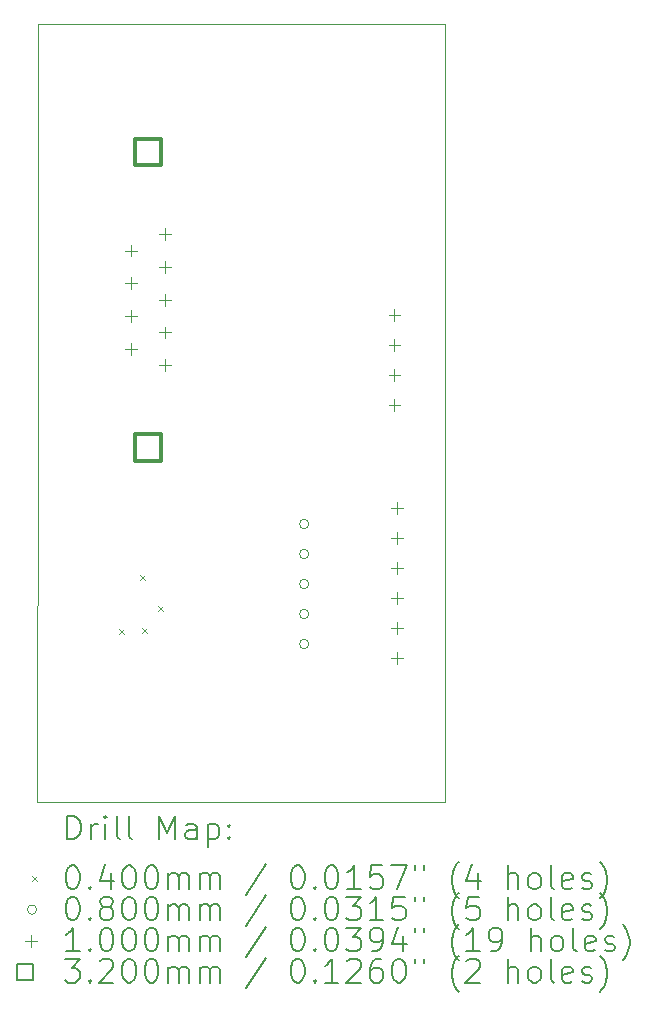
<source format=gbr>
%TF.GenerationSoftware,KiCad,Pcbnew,(6.0.9)*%
%TF.CreationDate,2022-11-23T00:56:36+01:00*%
%TF.ProjectId,Testapparaat_io,54657374-6170-4706-9172-6161745f696f,rev?*%
%TF.SameCoordinates,Original*%
%TF.FileFunction,Drillmap*%
%TF.FilePolarity,Positive*%
%FSLAX45Y45*%
G04 Gerber Fmt 4.5, Leading zero omitted, Abs format (unit mm)*
G04 Created by KiCad (PCBNEW (6.0.9)) date 2022-11-23 00:56:36*
%MOMM*%
%LPD*%
G01*
G04 APERTURE LIST*
%ADD10C,0.100000*%
%ADD11C,0.200000*%
%ADD12C,0.040000*%
%ADD13C,0.080000*%
%ADD14C,0.320000*%
G04 APERTURE END LIST*
D10*
X15550000Y-3070000D02*
X12100000Y-3070000D01*
X12100000Y-6350000D02*
X12095000Y-9655000D01*
X12095000Y-9655000D02*
X15545000Y-9655000D01*
X15545000Y-9655000D02*
X15550000Y-3070000D01*
X12100000Y-3070000D02*
X12100000Y-6350000D01*
D11*
D12*
X12785000Y-8190000D02*
X12825000Y-8230000D01*
X12825000Y-8190000D02*
X12785000Y-8230000D01*
X12965000Y-7730000D02*
X13005000Y-7770000D01*
X13005000Y-7730000D02*
X12965000Y-7770000D01*
X12985000Y-8180000D02*
X13025000Y-8220000D01*
X13025000Y-8180000D02*
X12985000Y-8220000D01*
X13120000Y-7995000D02*
X13160000Y-8035000D01*
X13160000Y-7995000D02*
X13120000Y-8035000D01*
D13*
X14395000Y-7300000D02*
G75*
G03*
X14395000Y-7300000I-40000J0D01*
G01*
X14395000Y-7554000D02*
G75*
G03*
X14395000Y-7554000I-40000J0D01*
G01*
X14395000Y-7808000D02*
G75*
G03*
X14395000Y-7808000I-40000J0D01*
G01*
X14395000Y-8062000D02*
G75*
G03*
X14395000Y-8062000I-40000J0D01*
G01*
X14395000Y-8316000D02*
G75*
G03*
X14395000Y-8316000I-40000J0D01*
G01*
D10*
X12891000Y-4934600D02*
X12891000Y-5034600D01*
X12841000Y-4984600D02*
X12941000Y-4984600D01*
X12891000Y-5211900D02*
X12891000Y-5311900D01*
X12841000Y-5261900D02*
X12941000Y-5261900D01*
X12891000Y-5489100D02*
X12891000Y-5589100D01*
X12841000Y-5539100D02*
X12941000Y-5539100D01*
X12891000Y-5766400D02*
X12891000Y-5866400D01*
X12841000Y-5816400D02*
X12941000Y-5816400D01*
X13175000Y-4796000D02*
X13175000Y-4896000D01*
X13125000Y-4846000D02*
X13225000Y-4846000D01*
X13175000Y-5073300D02*
X13175000Y-5173300D01*
X13125000Y-5123300D02*
X13225000Y-5123300D01*
X13175000Y-5350500D02*
X13175000Y-5450500D01*
X13125000Y-5400500D02*
X13225000Y-5400500D01*
X13175000Y-5627800D02*
X13175000Y-5727800D01*
X13125000Y-5677800D02*
X13225000Y-5677800D01*
X13175000Y-5905000D02*
X13175000Y-6005000D01*
X13125000Y-5955000D02*
X13225000Y-5955000D01*
X15118300Y-5481700D02*
X15118300Y-5581700D01*
X15068300Y-5531700D02*
X15168300Y-5531700D01*
X15118300Y-5735700D02*
X15118300Y-5835700D01*
X15068300Y-5785700D02*
X15168300Y-5785700D01*
X15118300Y-5989700D02*
X15118300Y-6089700D01*
X15068300Y-6039700D02*
X15168300Y-6039700D01*
X15118300Y-6243700D02*
X15118300Y-6343700D01*
X15068300Y-6293700D02*
X15168300Y-6293700D01*
X15137500Y-7115000D02*
X15137500Y-7215000D01*
X15087500Y-7165000D02*
X15187500Y-7165000D01*
X15137500Y-7369000D02*
X15137500Y-7469000D01*
X15087500Y-7419000D02*
X15187500Y-7419000D01*
X15137500Y-7623000D02*
X15137500Y-7723000D01*
X15087500Y-7673000D02*
X15187500Y-7673000D01*
X15137500Y-7877000D02*
X15137500Y-7977000D01*
X15087500Y-7927000D02*
X15187500Y-7927000D01*
X15137500Y-8131000D02*
X15137500Y-8231000D01*
X15087500Y-8181000D02*
X15187500Y-8181000D01*
X15137500Y-8385000D02*
X15137500Y-8485000D01*
X15087500Y-8435000D02*
X15187500Y-8435000D01*
D14*
X13146138Y-4264138D02*
X13146138Y-4037862D01*
X12919862Y-4037862D01*
X12919862Y-4264138D01*
X13146138Y-4264138D01*
X13146138Y-6763138D02*
X13146138Y-6536862D01*
X12919862Y-6536862D01*
X12919862Y-6763138D01*
X13146138Y-6763138D01*
D11*
X12347619Y-9970476D02*
X12347619Y-9770476D01*
X12395238Y-9770476D01*
X12423809Y-9780000D01*
X12442857Y-9799048D01*
X12452381Y-9818095D01*
X12461905Y-9856190D01*
X12461905Y-9884762D01*
X12452381Y-9922857D01*
X12442857Y-9941905D01*
X12423809Y-9960952D01*
X12395238Y-9970476D01*
X12347619Y-9970476D01*
X12547619Y-9970476D02*
X12547619Y-9837143D01*
X12547619Y-9875238D02*
X12557143Y-9856190D01*
X12566667Y-9846667D01*
X12585714Y-9837143D01*
X12604762Y-9837143D01*
X12671428Y-9970476D02*
X12671428Y-9837143D01*
X12671428Y-9770476D02*
X12661905Y-9780000D01*
X12671428Y-9789524D01*
X12680952Y-9780000D01*
X12671428Y-9770476D01*
X12671428Y-9789524D01*
X12795238Y-9970476D02*
X12776190Y-9960952D01*
X12766667Y-9941905D01*
X12766667Y-9770476D01*
X12900000Y-9970476D02*
X12880952Y-9960952D01*
X12871428Y-9941905D01*
X12871428Y-9770476D01*
X13128571Y-9970476D02*
X13128571Y-9770476D01*
X13195238Y-9913333D01*
X13261905Y-9770476D01*
X13261905Y-9970476D01*
X13442857Y-9970476D02*
X13442857Y-9865714D01*
X13433333Y-9846667D01*
X13414286Y-9837143D01*
X13376190Y-9837143D01*
X13357143Y-9846667D01*
X13442857Y-9960952D02*
X13423809Y-9970476D01*
X13376190Y-9970476D01*
X13357143Y-9960952D01*
X13347619Y-9941905D01*
X13347619Y-9922857D01*
X13357143Y-9903810D01*
X13376190Y-9894286D01*
X13423809Y-9894286D01*
X13442857Y-9884762D01*
X13538095Y-9837143D02*
X13538095Y-10037143D01*
X13538095Y-9846667D02*
X13557143Y-9837143D01*
X13595238Y-9837143D01*
X13614286Y-9846667D01*
X13623809Y-9856190D01*
X13633333Y-9875238D01*
X13633333Y-9932381D01*
X13623809Y-9951429D01*
X13614286Y-9960952D01*
X13595238Y-9970476D01*
X13557143Y-9970476D01*
X13538095Y-9960952D01*
X13719048Y-9951429D02*
X13728571Y-9960952D01*
X13719048Y-9970476D01*
X13709524Y-9960952D01*
X13719048Y-9951429D01*
X13719048Y-9970476D01*
X13719048Y-9846667D02*
X13728571Y-9856190D01*
X13719048Y-9865714D01*
X13709524Y-9856190D01*
X13719048Y-9846667D01*
X13719048Y-9865714D01*
D12*
X12050000Y-10280000D02*
X12090000Y-10320000D01*
X12090000Y-10280000D02*
X12050000Y-10320000D01*
D11*
X12385714Y-10190476D02*
X12404762Y-10190476D01*
X12423809Y-10200000D01*
X12433333Y-10209524D01*
X12442857Y-10228571D01*
X12452381Y-10266667D01*
X12452381Y-10314286D01*
X12442857Y-10352381D01*
X12433333Y-10371429D01*
X12423809Y-10380952D01*
X12404762Y-10390476D01*
X12385714Y-10390476D01*
X12366667Y-10380952D01*
X12357143Y-10371429D01*
X12347619Y-10352381D01*
X12338095Y-10314286D01*
X12338095Y-10266667D01*
X12347619Y-10228571D01*
X12357143Y-10209524D01*
X12366667Y-10200000D01*
X12385714Y-10190476D01*
X12538095Y-10371429D02*
X12547619Y-10380952D01*
X12538095Y-10390476D01*
X12528571Y-10380952D01*
X12538095Y-10371429D01*
X12538095Y-10390476D01*
X12719048Y-10257143D02*
X12719048Y-10390476D01*
X12671428Y-10180952D02*
X12623809Y-10323810D01*
X12747619Y-10323810D01*
X12861905Y-10190476D02*
X12880952Y-10190476D01*
X12900000Y-10200000D01*
X12909524Y-10209524D01*
X12919048Y-10228571D01*
X12928571Y-10266667D01*
X12928571Y-10314286D01*
X12919048Y-10352381D01*
X12909524Y-10371429D01*
X12900000Y-10380952D01*
X12880952Y-10390476D01*
X12861905Y-10390476D01*
X12842857Y-10380952D01*
X12833333Y-10371429D01*
X12823809Y-10352381D01*
X12814286Y-10314286D01*
X12814286Y-10266667D01*
X12823809Y-10228571D01*
X12833333Y-10209524D01*
X12842857Y-10200000D01*
X12861905Y-10190476D01*
X13052381Y-10190476D02*
X13071428Y-10190476D01*
X13090476Y-10200000D01*
X13100000Y-10209524D01*
X13109524Y-10228571D01*
X13119048Y-10266667D01*
X13119048Y-10314286D01*
X13109524Y-10352381D01*
X13100000Y-10371429D01*
X13090476Y-10380952D01*
X13071428Y-10390476D01*
X13052381Y-10390476D01*
X13033333Y-10380952D01*
X13023809Y-10371429D01*
X13014286Y-10352381D01*
X13004762Y-10314286D01*
X13004762Y-10266667D01*
X13014286Y-10228571D01*
X13023809Y-10209524D01*
X13033333Y-10200000D01*
X13052381Y-10190476D01*
X13204762Y-10390476D02*
X13204762Y-10257143D01*
X13204762Y-10276190D02*
X13214286Y-10266667D01*
X13233333Y-10257143D01*
X13261905Y-10257143D01*
X13280952Y-10266667D01*
X13290476Y-10285714D01*
X13290476Y-10390476D01*
X13290476Y-10285714D02*
X13300000Y-10266667D01*
X13319048Y-10257143D01*
X13347619Y-10257143D01*
X13366667Y-10266667D01*
X13376190Y-10285714D01*
X13376190Y-10390476D01*
X13471428Y-10390476D02*
X13471428Y-10257143D01*
X13471428Y-10276190D02*
X13480952Y-10266667D01*
X13500000Y-10257143D01*
X13528571Y-10257143D01*
X13547619Y-10266667D01*
X13557143Y-10285714D01*
X13557143Y-10390476D01*
X13557143Y-10285714D02*
X13566667Y-10266667D01*
X13585714Y-10257143D01*
X13614286Y-10257143D01*
X13633333Y-10266667D01*
X13642857Y-10285714D01*
X13642857Y-10390476D01*
X14033333Y-10180952D02*
X13861905Y-10438095D01*
X14290476Y-10190476D02*
X14309524Y-10190476D01*
X14328571Y-10200000D01*
X14338095Y-10209524D01*
X14347619Y-10228571D01*
X14357143Y-10266667D01*
X14357143Y-10314286D01*
X14347619Y-10352381D01*
X14338095Y-10371429D01*
X14328571Y-10380952D01*
X14309524Y-10390476D01*
X14290476Y-10390476D01*
X14271428Y-10380952D01*
X14261905Y-10371429D01*
X14252381Y-10352381D01*
X14242857Y-10314286D01*
X14242857Y-10266667D01*
X14252381Y-10228571D01*
X14261905Y-10209524D01*
X14271428Y-10200000D01*
X14290476Y-10190476D01*
X14442857Y-10371429D02*
X14452381Y-10380952D01*
X14442857Y-10390476D01*
X14433333Y-10380952D01*
X14442857Y-10371429D01*
X14442857Y-10390476D01*
X14576190Y-10190476D02*
X14595238Y-10190476D01*
X14614286Y-10200000D01*
X14623809Y-10209524D01*
X14633333Y-10228571D01*
X14642857Y-10266667D01*
X14642857Y-10314286D01*
X14633333Y-10352381D01*
X14623809Y-10371429D01*
X14614286Y-10380952D01*
X14595238Y-10390476D01*
X14576190Y-10390476D01*
X14557143Y-10380952D01*
X14547619Y-10371429D01*
X14538095Y-10352381D01*
X14528571Y-10314286D01*
X14528571Y-10266667D01*
X14538095Y-10228571D01*
X14547619Y-10209524D01*
X14557143Y-10200000D01*
X14576190Y-10190476D01*
X14833333Y-10390476D02*
X14719048Y-10390476D01*
X14776190Y-10390476D02*
X14776190Y-10190476D01*
X14757143Y-10219048D01*
X14738095Y-10238095D01*
X14719048Y-10247619D01*
X15014286Y-10190476D02*
X14919048Y-10190476D01*
X14909524Y-10285714D01*
X14919048Y-10276190D01*
X14938095Y-10266667D01*
X14985714Y-10266667D01*
X15004762Y-10276190D01*
X15014286Y-10285714D01*
X15023809Y-10304762D01*
X15023809Y-10352381D01*
X15014286Y-10371429D01*
X15004762Y-10380952D01*
X14985714Y-10390476D01*
X14938095Y-10390476D01*
X14919048Y-10380952D01*
X14909524Y-10371429D01*
X15090476Y-10190476D02*
X15223809Y-10190476D01*
X15138095Y-10390476D01*
X15290476Y-10190476D02*
X15290476Y-10228571D01*
X15366667Y-10190476D02*
X15366667Y-10228571D01*
X15661905Y-10466667D02*
X15652381Y-10457143D01*
X15633333Y-10428571D01*
X15623809Y-10409524D01*
X15614286Y-10380952D01*
X15604762Y-10333333D01*
X15604762Y-10295238D01*
X15614286Y-10247619D01*
X15623809Y-10219048D01*
X15633333Y-10200000D01*
X15652381Y-10171429D01*
X15661905Y-10161905D01*
X15823809Y-10257143D02*
X15823809Y-10390476D01*
X15776190Y-10180952D02*
X15728571Y-10323810D01*
X15852381Y-10323810D01*
X16080952Y-10390476D02*
X16080952Y-10190476D01*
X16166667Y-10390476D02*
X16166667Y-10285714D01*
X16157143Y-10266667D01*
X16138095Y-10257143D01*
X16109524Y-10257143D01*
X16090476Y-10266667D01*
X16080952Y-10276190D01*
X16290476Y-10390476D02*
X16271428Y-10380952D01*
X16261905Y-10371429D01*
X16252381Y-10352381D01*
X16252381Y-10295238D01*
X16261905Y-10276190D01*
X16271428Y-10266667D01*
X16290476Y-10257143D01*
X16319048Y-10257143D01*
X16338095Y-10266667D01*
X16347619Y-10276190D01*
X16357143Y-10295238D01*
X16357143Y-10352381D01*
X16347619Y-10371429D01*
X16338095Y-10380952D01*
X16319048Y-10390476D01*
X16290476Y-10390476D01*
X16471428Y-10390476D02*
X16452381Y-10380952D01*
X16442857Y-10361905D01*
X16442857Y-10190476D01*
X16623809Y-10380952D02*
X16604762Y-10390476D01*
X16566667Y-10390476D01*
X16547619Y-10380952D01*
X16538095Y-10361905D01*
X16538095Y-10285714D01*
X16547619Y-10266667D01*
X16566667Y-10257143D01*
X16604762Y-10257143D01*
X16623809Y-10266667D01*
X16633333Y-10285714D01*
X16633333Y-10304762D01*
X16538095Y-10323810D01*
X16709524Y-10380952D02*
X16728571Y-10390476D01*
X16766667Y-10390476D01*
X16785714Y-10380952D01*
X16795238Y-10361905D01*
X16795238Y-10352381D01*
X16785714Y-10333333D01*
X16766667Y-10323810D01*
X16738095Y-10323810D01*
X16719048Y-10314286D01*
X16709524Y-10295238D01*
X16709524Y-10285714D01*
X16719048Y-10266667D01*
X16738095Y-10257143D01*
X16766667Y-10257143D01*
X16785714Y-10266667D01*
X16861905Y-10466667D02*
X16871429Y-10457143D01*
X16890476Y-10428571D01*
X16900000Y-10409524D01*
X16909524Y-10380952D01*
X16919048Y-10333333D01*
X16919048Y-10295238D01*
X16909524Y-10247619D01*
X16900000Y-10219048D01*
X16890476Y-10200000D01*
X16871429Y-10171429D01*
X16861905Y-10161905D01*
D13*
X12090000Y-10564000D02*
G75*
G03*
X12090000Y-10564000I-40000J0D01*
G01*
D11*
X12385714Y-10454476D02*
X12404762Y-10454476D01*
X12423809Y-10464000D01*
X12433333Y-10473524D01*
X12442857Y-10492571D01*
X12452381Y-10530667D01*
X12452381Y-10578286D01*
X12442857Y-10616381D01*
X12433333Y-10635429D01*
X12423809Y-10644952D01*
X12404762Y-10654476D01*
X12385714Y-10654476D01*
X12366667Y-10644952D01*
X12357143Y-10635429D01*
X12347619Y-10616381D01*
X12338095Y-10578286D01*
X12338095Y-10530667D01*
X12347619Y-10492571D01*
X12357143Y-10473524D01*
X12366667Y-10464000D01*
X12385714Y-10454476D01*
X12538095Y-10635429D02*
X12547619Y-10644952D01*
X12538095Y-10654476D01*
X12528571Y-10644952D01*
X12538095Y-10635429D01*
X12538095Y-10654476D01*
X12661905Y-10540190D02*
X12642857Y-10530667D01*
X12633333Y-10521143D01*
X12623809Y-10502095D01*
X12623809Y-10492571D01*
X12633333Y-10473524D01*
X12642857Y-10464000D01*
X12661905Y-10454476D01*
X12700000Y-10454476D01*
X12719048Y-10464000D01*
X12728571Y-10473524D01*
X12738095Y-10492571D01*
X12738095Y-10502095D01*
X12728571Y-10521143D01*
X12719048Y-10530667D01*
X12700000Y-10540190D01*
X12661905Y-10540190D01*
X12642857Y-10549714D01*
X12633333Y-10559238D01*
X12623809Y-10578286D01*
X12623809Y-10616381D01*
X12633333Y-10635429D01*
X12642857Y-10644952D01*
X12661905Y-10654476D01*
X12700000Y-10654476D01*
X12719048Y-10644952D01*
X12728571Y-10635429D01*
X12738095Y-10616381D01*
X12738095Y-10578286D01*
X12728571Y-10559238D01*
X12719048Y-10549714D01*
X12700000Y-10540190D01*
X12861905Y-10454476D02*
X12880952Y-10454476D01*
X12900000Y-10464000D01*
X12909524Y-10473524D01*
X12919048Y-10492571D01*
X12928571Y-10530667D01*
X12928571Y-10578286D01*
X12919048Y-10616381D01*
X12909524Y-10635429D01*
X12900000Y-10644952D01*
X12880952Y-10654476D01*
X12861905Y-10654476D01*
X12842857Y-10644952D01*
X12833333Y-10635429D01*
X12823809Y-10616381D01*
X12814286Y-10578286D01*
X12814286Y-10530667D01*
X12823809Y-10492571D01*
X12833333Y-10473524D01*
X12842857Y-10464000D01*
X12861905Y-10454476D01*
X13052381Y-10454476D02*
X13071428Y-10454476D01*
X13090476Y-10464000D01*
X13100000Y-10473524D01*
X13109524Y-10492571D01*
X13119048Y-10530667D01*
X13119048Y-10578286D01*
X13109524Y-10616381D01*
X13100000Y-10635429D01*
X13090476Y-10644952D01*
X13071428Y-10654476D01*
X13052381Y-10654476D01*
X13033333Y-10644952D01*
X13023809Y-10635429D01*
X13014286Y-10616381D01*
X13004762Y-10578286D01*
X13004762Y-10530667D01*
X13014286Y-10492571D01*
X13023809Y-10473524D01*
X13033333Y-10464000D01*
X13052381Y-10454476D01*
X13204762Y-10654476D02*
X13204762Y-10521143D01*
X13204762Y-10540190D02*
X13214286Y-10530667D01*
X13233333Y-10521143D01*
X13261905Y-10521143D01*
X13280952Y-10530667D01*
X13290476Y-10549714D01*
X13290476Y-10654476D01*
X13290476Y-10549714D02*
X13300000Y-10530667D01*
X13319048Y-10521143D01*
X13347619Y-10521143D01*
X13366667Y-10530667D01*
X13376190Y-10549714D01*
X13376190Y-10654476D01*
X13471428Y-10654476D02*
X13471428Y-10521143D01*
X13471428Y-10540190D02*
X13480952Y-10530667D01*
X13500000Y-10521143D01*
X13528571Y-10521143D01*
X13547619Y-10530667D01*
X13557143Y-10549714D01*
X13557143Y-10654476D01*
X13557143Y-10549714D02*
X13566667Y-10530667D01*
X13585714Y-10521143D01*
X13614286Y-10521143D01*
X13633333Y-10530667D01*
X13642857Y-10549714D01*
X13642857Y-10654476D01*
X14033333Y-10444952D02*
X13861905Y-10702095D01*
X14290476Y-10454476D02*
X14309524Y-10454476D01*
X14328571Y-10464000D01*
X14338095Y-10473524D01*
X14347619Y-10492571D01*
X14357143Y-10530667D01*
X14357143Y-10578286D01*
X14347619Y-10616381D01*
X14338095Y-10635429D01*
X14328571Y-10644952D01*
X14309524Y-10654476D01*
X14290476Y-10654476D01*
X14271428Y-10644952D01*
X14261905Y-10635429D01*
X14252381Y-10616381D01*
X14242857Y-10578286D01*
X14242857Y-10530667D01*
X14252381Y-10492571D01*
X14261905Y-10473524D01*
X14271428Y-10464000D01*
X14290476Y-10454476D01*
X14442857Y-10635429D02*
X14452381Y-10644952D01*
X14442857Y-10654476D01*
X14433333Y-10644952D01*
X14442857Y-10635429D01*
X14442857Y-10654476D01*
X14576190Y-10454476D02*
X14595238Y-10454476D01*
X14614286Y-10464000D01*
X14623809Y-10473524D01*
X14633333Y-10492571D01*
X14642857Y-10530667D01*
X14642857Y-10578286D01*
X14633333Y-10616381D01*
X14623809Y-10635429D01*
X14614286Y-10644952D01*
X14595238Y-10654476D01*
X14576190Y-10654476D01*
X14557143Y-10644952D01*
X14547619Y-10635429D01*
X14538095Y-10616381D01*
X14528571Y-10578286D01*
X14528571Y-10530667D01*
X14538095Y-10492571D01*
X14547619Y-10473524D01*
X14557143Y-10464000D01*
X14576190Y-10454476D01*
X14709524Y-10454476D02*
X14833333Y-10454476D01*
X14766667Y-10530667D01*
X14795238Y-10530667D01*
X14814286Y-10540190D01*
X14823809Y-10549714D01*
X14833333Y-10568762D01*
X14833333Y-10616381D01*
X14823809Y-10635429D01*
X14814286Y-10644952D01*
X14795238Y-10654476D01*
X14738095Y-10654476D01*
X14719048Y-10644952D01*
X14709524Y-10635429D01*
X15023809Y-10654476D02*
X14909524Y-10654476D01*
X14966667Y-10654476D02*
X14966667Y-10454476D01*
X14947619Y-10483048D01*
X14928571Y-10502095D01*
X14909524Y-10511619D01*
X15204762Y-10454476D02*
X15109524Y-10454476D01*
X15100000Y-10549714D01*
X15109524Y-10540190D01*
X15128571Y-10530667D01*
X15176190Y-10530667D01*
X15195238Y-10540190D01*
X15204762Y-10549714D01*
X15214286Y-10568762D01*
X15214286Y-10616381D01*
X15204762Y-10635429D01*
X15195238Y-10644952D01*
X15176190Y-10654476D01*
X15128571Y-10654476D01*
X15109524Y-10644952D01*
X15100000Y-10635429D01*
X15290476Y-10454476D02*
X15290476Y-10492571D01*
X15366667Y-10454476D02*
X15366667Y-10492571D01*
X15661905Y-10730667D02*
X15652381Y-10721143D01*
X15633333Y-10692571D01*
X15623809Y-10673524D01*
X15614286Y-10644952D01*
X15604762Y-10597333D01*
X15604762Y-10559238D01*
X15614286Y-10511619D01*
X15623809Y-10483048D01*
X15633333Y-10464000D01*
X15652381Y-10435429D01*
X15661905Y-10425905D01*
X15833333Y-10454476D02*
X15738095Y-10454476D01*
X15728571Y-10549714D01*
X15738095Y-10540190D01*
X15757143Y-10530667D01*
X15804762Y-10530667D01*
X15823809Y-10540190D01*
X15833333Y-10549714D01*
X15842857Y-10568762D01*
X15842857Y-10616381D01*
X15833333Y-10635429D01*
X15823809Y-10644952D01*
X15804762Y-10654476D01*
X15757143Y-10654476D01*
X15738095Y-10644952D01*
X15728571Y-10635429D01*
X16080952Y-10654476D02*
X16080952Y-10454476D01*
X16166667Y-10654476D02*
X16166667Y-10549714D01*
X16157143Y-10530667D01*
X16138095Y-10521143D01*
X16109524Y-10521143D01*
X16090476Y-10530667D01*
X16080952Y-10540190D01*
X16290476Y-10654476D02*
X16271428Y-10644952D01*
X16261905Y-10635429D01*
X16252381Y-10616381D01*
X16252381Y-10559238D01*
X16261905Y-10540190D01*
X16271428Y-10530667D01*
X16290476Y-10521143D01*
X16319048Y-10521143D01*
X16338095Y-10530667D01*
X16347619Y-10540190D01*
X16357143Y-10559238D01*
X16357143Y-10616381D01*
X16347619Y-10635429D01*
X16338095Y-10644952D01*
X16319048Y-10654476D01*
X16290476Y-10654476D01*
X16471428Y-10654476D02*
X16452381Y-10644952D01*
X16442857Y-10625905D01*
X16442857Y-10454476D01*
X16623809Y-10644952D02*
X16604762Y-10654476D01*
X16566667Y-10654476D01*
X16547619Y-10644952D01*
X16538095Y-10625905D01*
X16538095Y-10549714D01*
X16547619Y-10530667D01*
X16566667Y-10521143D01*
X16604762Y-10521143D01*
X16623809Y-10530667D01*
X16633333Y-10549714D01*
X16633333Y-10568762D01*
X16538095Y-10587810D01*
X16709524Y-10644952D02*
X16728571Y-10654476D01*
X16766667Y-10654476D01*
X16785714Y-10644952D01*
X16795238Y-10625905D01*
X16795238Y-10616381D01*
X16785714Y-10597333D01*
X16766667Y-10587810D01*
X16738095Y-10587810D01*
X16719048Y-10578286D01*
X16709524Y-10559238D01*
X16709524Y-10549714D01*
X16719048Y-10530667D01*
X16738095Y-10521143D01*
X16766667Y-10521143D01*
X16785714Y-10530667D01*
X16861905Y-10730667D02*
X16871429Y-10721143D01*
X16890476Y-10692571D01*
X16900000Y-10673524D01*
X16909524Y-10644952D01*
X16919048Y-10597333D01*
X16919048Y-10559238D01*
X16909524Y-10511619D01*
X16900000Y-10483048D01*
X16890476Y-10464000D01*
X16871429Y-10435429D01*
X16861905Y-10425905D01*
D10*
X12040000Y-10778000D02*
X12040000Y-10878000D01*
X11990000Y-10828000D02*
X12090000Y-10828000D01*
D11*
X12452381Y-10918476D02*
X12338095Y-10918476D01*
X12395238Y-10918476D02*
X12395238Y-10718476D01*
X12376190Y-10747048D01*
X12357143Y-10766095D01*
X12338095Y-10775619D01*
X12538095Y-10899429D02*
X12547619Y-10908952D01*
X12538095Y-10918476D01*
X12528571Y-10908952D01*
X12538095Y-10899429D01*
X12538095Y-10918476D01*
X12671428Y-10718476D02*
X12690476Y-10718476D01*
X12709524Y-10728000D01*
X12719048Y-10737524D01*
X12728571Y-10756571D01*
X12738095Y-10794667D01*
X12738095Y-10842286D01*
X12728571Y-10880381D01*
X12719048Y-10899429D01*
X12709524Y-10908952D01*
X12690476Y-10918476D01*
X12671428Y-10918476D01*
X12652381Y-10908952D01*
X12642857Y-10899429D01*
X12633333Y-10880381D01*
X12623809Y-10842286D01*
X12623809Y-10794667D01*
X12633333Y-10756571D01*
X12642857Y-10737524D01*
X12652381Y-10728000D01*
X12671428Y-10718476D01*
X12861905Y-10718476D02*
X12880952Y-10718476D01*
X12900000Y-10728000D01*
X12909524Y-10737524D01*
X12919048Y-10756571D01*
X12928571Y-10794667D01*
X12928571Y-10842286D01*
X12919048Y-10880381D01*
X12909524Y-10899429D01*
X12900000Y-10908952D01*
X12880952Y-10918476D01*
X12861905Y-10918476D01*
X12842857Y-10908952D01*
X12833333Y-10899429D01*
X12823809Y-10880381D01*
X12814286Y-10842286D01*
X12814286Y-10794667D01*
X12823809Y-10756571D01*
X12833333Y-10737524D01*
X12842857Y-10728000D01*
X12861905Y-10718476D01*
X13052381Y-10718476D02*
X13071428Y-10718476D01*
X13090476Y-10728000D01*
X13100000Y-10737524D01*
X13109524Y-10756571D01*
X13119048Y-10794667D01*
X13119048Y-10842286D01*
X13109524Y-10880381D01*
X13100000Y-10899429D01*
X13090476Y-10908952D01*
X13071428Y-10918476D01*
X13052381Y-10918476D01*
X13033333Y-10908952D01*
X13023809Y-10899429D01*
X13014286Y-10880381D01*
X13004762Y-10842286D01*
X13004762Y-10794667D01*
X13014286Y-10756571D01*
X13023809Y-10737524D01*
X13033333Y-10728000D01*
X13052381Y-10718476D01*
X13204762Y-10918476D02*
X13204762Y-10785143D01*
X13204762Y-10804190D02*
X13214286Y-10794667D01*
X13233333Y-10785143D01*
X13261905Y-10785143D01*
X13280952Y-10794667D01*
X13290476Y-10813714D01*
X13290476Y-10918476D01*
X13290476Y-10813714D02*
X13300000Y-10794667D01*
X13319048Y-10785143D01*
X13347619Y-10785143D01*
X13366667Y-10794667D01*
X13376190Y-10813714D01*
X13376190Y-10918476D01*
X13471428Y-10918476D02*
X13471428Y-10785143D01*
X13471428Y-10804190D02*
X13480952Y-10794667D01*
X13500000Y-10785143D01*
X13528571Y-10785143D01*
X13547619Y-10794667D01*
X13557143Y-10813714D01*
X13557143Y-10918476D01*
X13557143Y-10813714D02*
X13566667Y-10794667D01*
X13585714Y-10785143D01*
X13614286Y-10785143D01*
X13633333Y-10794667D01*
X13642857Y-10813714D01*
X13642857Y-10918476D01*
X14033333Y-10708952D02*
X13861905Y-10966095D01*
X14290476Y-10718476D02*
X14309524Y-10718476D01*
X14328571Y-10728000D01*
X14338095Y-10737524D01*
X14347619Y-10756571D01*
X14357143Y-10794667D01*
X14357143Y-10842286D01*
X14347619Y-10880381D01*
X14338095Y-10899429D01*
X14328571Y-10908952D01*
X14309524Y-10918476D01*
X14290476Y-10918476D01*
X14271428Y-10908952D01*
X14261905Y-10899429D01*
X14252381Y-10880381D01*
X14242857Y-10842286D01*
X14242857Y-10794667D01*
X14252381Y-10756571D01*
X14261905Y-10737524D01*
X14271428Y-10728000D01*
X14290476Y-10718476D01*
X14442857Y-10899429D02*
X14452381Y-10908952D01*
X14442857Y-10918476D01*
X14433333Y-10908952D01*
X14442857Y-10899429D01*
X14442857Y-10918476D01*
X14576190Y-10718476D02*
X14595238Y-10718476D01*
X14614286Y-10728000D01*
X14623809Y-10737524D01*
X14633333Y-10756571D01*
X14642857Y-10794667D01*
X14642857Y-10842286D01*
X14633333Y-10880381D01*
X14623809Y-10899429D01*
X14614286Y-10908952D01*
X14595238Y-10918476D01*
X14576190Y-10918476D01*
X14557143Y-10908952D01*
X14547619Y-10899429D01*
X14538095Y-10880381D01*
X14528571Y-10842286D01*
X14528571Y-10794667D01*
X14538095Y-10756571D01*
X14547619Y-10737524D01*
X14557143Y-10728000D01*
X14576190Y-10718476D01*
X14709524Y-10718476D02*
X14833333Y-10718476D01*
X14766667Y-10794667D01*
X14795238Y-10794667D01*
X14814286Y-10804190D01*
X14823809Y-10813714D01*
X14833333Y-10832762D01*
X14833333Y-10880381D01*
X14823809Y-10899429D01*
X14814286Y-10908952D01*
X14795238Y-10918476D01*
X14738095Y-10918476D01*
X14719048Y-10908952D01*
X14709524Y-10899429D01*
X14928571Y-10918476D02*
X14966667Y-10918476D01*
X14985714Y-10908952D01*
X14995238Y-10899429D01*
X15014286Y-10870857D01*
X15023809Y-10832762D01*
X15023809Y-10756571D01*
X15014286Y-10737524D01*
X15004762Y-10728000D01*
X14985714Y-10718476D01*
X14947619Y-10718476D01*
X14928571Y-10728000D01*
X14919048Y-10737524D01*
X14909524Y-10756571D01*
X14909524Y-10804190D01*
X14919048Y-10823238D01*
X14928571Y-10832762D01*
X14947619Y-10842286D01*
X14985714Y-10842286D01*
X15004762Y-10832762D01*
X15014286Y-10823238D01*
X15023809Y-10804190D01*
X15195238Y-10785143D02*
X15195238Y-10918476D01*
X15147619Y-10708952D02*
X15100000Y-10851810D01*
X15223809Y-10851810D01*
X15290476Y-10718476D02*
X15290476Y-10756571D01*
X15366667Y-10718476D02*
X15366667Y-10756571D01*
X15661905Y-10994667D02*
X15652381Y-10985143D01*
X15633333Y-10956571D01*
X15623809Y-10937524D01*
X15614286Y-10908952D01*
X15604762Y-10861333D01*
X15604762Y-10823238D01*
X15614286Y-10775619D01*
X15623809Y-10747048D01*
X15633333Y-10728000D01*
X15652381Y-10699429D01*
X15661905Y-10689905D01*
X15842857Y-10918476D02*
X15728571Y-10918476D01*
X15785714Y-10918476D02*
X15785714Y-10718476D01*
X15766667Y-10747048D01*
X15747619Y-10766095D01*
X15728571Y-10775619D01*
X15938095Y-10918476D02*
X15976190Y-10918476D01*
X15995238Y-10908952D01*
X16004762Y-10899429D01*
X16023809Y-10870857D01*
X16033333Y-10832762D01*
X16033333Y-10756571D01*
X16023809Y-10737524D01*
X16014286Y-10728000D01*
X15995238Y-10718476D01*
X15957143Y-10718476D01*
X15938095Y-10728000D01*
X15928571Y-10737524D01*
X15919048Y-10756571D01*
X15919048Y-10804190D01*
X15928571Y-10823238D01*
X15938095Y-10832762D01*
X15957143Y-10842286D01*
X15995238Y-10842286D01*
X16014286Y-10832762D01*
X16023809Y-10823238D01*
X16033333Y-10804190D01*
X16271428Y-10918476D02*
X16271428Y-10718476D01*
X16357143Y-10918476D02*
X16357143Y-10813714D01*
X16347619Y-10794667D01*
X16328571Y-10785143D01*
X16300000Y-10785143D01*
X16280952Y-10794667D01*
X16271428Y-10804190D01*
X16480952Y-10918476D02*
X16461905Y-10908952D01*
X16452381Y-10899429D01*
X16442857Y-10880381D01*
X16442857Y-10823238D01*
X16452381Y-10804190D01*
X16461905Y-10794667D01*
X16480952Y-10785143D01*
X16509524Y-10785143D01*
X16528571Y-10794667D01*
X16538095Y-10804190D01*
X16547619Y-10823238D01*
X16547619Y-10880381D01*
X16538095Y-10899429D01*
X16528571Y-10908952D01*
X16509524Y-10918476D01*
X16480952Y-10918476D01*
X16661905Y-10918476D02*
X16642857Y-10908952D01*
X16633333Y-10889905D01*
X16633333Y-10718476D01*
X16814286Y-10908952D02*
X16795238Y-10918476D01*
X16757143Y-10918476D01*
X16738095Y-10908952D01*
X16728571Y-10889905D01*
X16728571Y-10813714D01*
X16738095Y-10794667D01*
X16757143Y-10785143D01*
X16795238Y-10785143D01*
X16814286Y-10794667D01*
X16823810Y-10813714D01*
X16823810Y-10832762D01*
X16728571Y-10851810D01*
X16900000Y-10908952D02*
X16919048Y-10918476D01*
X16957143Y-10918476D01*
X16976190Y-10908952D01*
X16985714Y-10889905D01*
X16985714Y-10880381D01*
X16976190Y-10861333D01*
X16957143Y-10851810D01*
X16928571Y-10851810D01*
X16909524Y-10842286D01*
X16900000Y-10823238D01*
X16900000Y-10813714D01*
X16909524Y-10794667D01*
X16928571Y-10785143D01*
X16957143Y-10785143D01*
X16976190Y-10794667D01*
X17052381Y-10994667D02*
X17061905Y-10985143D01*
X17080952Y-10956571D01*
X17090476Y-10937524D01*
X17100000Y-10908952D01*
X17109524Y-10861333D01*
X17109524Y-10823238D01*
X17100000Y-10775619D01*
X17090476Y-10747048D01*
X17080952Y-10728000D01*
X17061905Y-10699429D01*
X17052381Y-10689905D01*
X12060711Y-11162711D02*
X12060711Y-11021289D01*
X11919289Y-11021289D01*
X11919289Y-11162711D01*
X12060711Y-11162711D01*
X12328571Y-10982476D02*
X12452381Y-10982476D01*
X12385714Y-11058667D01*
X12414286Y-11058667D01*
X12433333Y-11068190D01*
X12442857Y-11077714D01*
X12452381Y-11096762D01*
X12452381Y-11144381D01*
X12442857Y-11163429D01*
X12433333Y-11172952D01*
X12414286Y-11182476D01*
X12357143Y-11182476D01*
X12338095Y-11172952D01*
X12328571Y-11163429D01*
X12538095Y-11163429D02*
X12547619Y-11172952D01*
X12538095Y-11182476D01*
X12528571Y-11172952D01*
X12538095Y-11163429D01*
X12538095Y-11182476D01*
X12623809Y-11001524D02*
X12633333Y-10992000D01*
X12652381Y-10982476D01*
X12700000Y-10982476D01*
X12719048Y-10992000D01*
X12728571Y-11001524D01*
X12738095Y-11020571D01*
X12738095Y-11039619D01*
X12728571Y-11068190D01*
X12614286Y-11182476D01*
X12738095Y-11182476D01*
X12861905Y-10982476D02*
X12880952Y-10982476D01*
X12900000Y-10992000D01*
X12909524Y-11001524D01*
X12919048Y-11020571D01*
X12928571Y-11058667D01*
X12928571Y-11106286D01*
X12919048Y-11144381D01*
X12909524Y-11163429D01*
X12900000Y-11172952D01*
X12880952Y-11182476D01*
X12861905Y-11182476D01*
X12842857Y-11172952D01*
X12833333Y-11163429D01*
X12823809Y-11144381D01*
X12814286Y-11106286D01*
X12814286Y-11058667D01*
X12823809Y-11020571D01*
X12833333Y-11001524D01*
X12842857Y-10992000D01*
X12861905Y-10982476D01*
X13052381Y-10982476D02*
X13071428Y-10982476D01*
X13090476Y-10992000D01*
X13100000Y-11001524D01*
X13109524Y-11020571D01*
X13119048Y-11058667D01*
X13119048Y-11106286D01*
X13109524Y-11144381D01*
X13100000Y-11163429D01*
X13090476Y-11172952D01*
X13071428Y-11182476D01*
X13052381Y-11182476D01*
X13033333Y-11172952D01*
X13023809Y-11163429D01*
X13014286Y-11144381D01*
X13004762Y-11106286D01*
X13004762Y-11058667D01*
X13014286Y-11020571D01*
X13023809Y-11001524D01*
X13033333Y-10992000D01*
X13052381Y-10982476D01*
X13204762Y-11182476D02*
X13204762Y-11049143D01*
X13204762Y-11068190D02*
X13214286Y-11058667D01*
X13233333Y-11049143D01*
X13261905Y-11049143D01*
X13280952Y-11058667D01*
X13290476Y-11077714D01*
X13290476Y-11182476D01*
X13290476Y-11077714D02*
X13300000Y-11058667D01*
X13319048Y-11049143D01*
X13347619Y-11049143D01*
X13366667Y-11058667D01*
X13376190Y-11077714D01*
X13376190Y-11182476D01*
X13471428Y-11182476D02*
X13471428Y-11049143D01*
X13471428Y-11068190D02*
X13480952Y-11058667D01*
X13500000Y-11049143D01*
X13528571Y-11049143D01*
X13547619Y-11058667D01*
X13557143Y-11077714D01*
X13557143Y-11182476D01*
X13557143Y-11077714D02*
X13566667Y-11058667D01*
X13585714Y-11049143D01*
X13614286Y-11049143D01*
X13633333Y-11058667D01*
X13642857Y-11077714D01*
X13642857Y-11182476D01*
X14033333Y-10972952D02*
X13861905Y-11230095D01*
X14290476Y-10982476D02*
X14309524Y-10982476D01*
X14328571Y-10992000D01*
X14338095Y-11001524D01*
X14347619Y-11020571D01*
X14357143Y-11058667D01*
X14357143Y-11106286D01*
X14347619Y-11144381D01*
X14338095Y-11163429D01*
X14328571Y-11172952D01*
X14309524Y-11182476D01*
X14290476Y-11182476D01*
X14271428Y-11172952D01*
X14261905Y-11163429D01*
X14252381Y-11144381D01*
X14242857Y-11106286D01*
X14242857Y-11058667D01*
X14252381Y-11020571D01*
X14261905Y-11001524D01*
X14271428Y-10992000D01*
X14290476Y-10982476D01*
X14442857Y-11163429D02*
X14452381Y-11172952D01*
X14442857Y-11182476D01*
X14433333Y-11172952D01*
X14442857Y-11163429D01*
X14442857Y-11182476D01*
X14642857Y-11182476D02*
X14528571Y-11182476D01*
X14585714Y-11182476D02*
X14585714Y-10982476D01*
X14566667Y-11011048D01*
X14547619Y-11030095D01*
X14528571Y-11039619D01*
X14719048Y-11001524D02*
X14728571Y-10992000D01*
X14747619Y-10982476D01*
X14795238Y-10982476D01*
X14814286Y-10992000D01*
X14823809Y-11001524D01*
X14833333Y-11020571D01*
X14833333Y-11039619D01*
X14823809Y-11068190D01*
X14709524Y-11182476D01*
X14833333Y-11182476D01*
X15004762Y-10982476D02*
X14966667Y-10982476D01*
X14947619Y-10992000D01*
X14938095Y-11001524D01*
X14919048Y-11030095D01*
X14909524Y-11068190D01*
X14909524Y-11144381D01*
X14919048Y-11163429D01*
X14928571Y-11172952D01*
X14947619Y-11182476D01*
X14985714Y-11182476D01*
X15004762Y-11172952D01*
X15014286Y-11163429D01*
X15023809Y-11144381D01*
X15023809Y-11096762D01*
X15014286Y-11077714D01*
X15004762Y-11068190D01*
X14985714Y-11058667D01*
X14947619Y-11058667D01*
X14928571Y-11068190D01*
X14919048Y-11077714D01*
X14909524Y-11096762D01*
X15147619Y-10982476D02*
X15166667Y-10982476D01*
X15185714Y-10992000D01*
X15195238Y-11001524D01*
X15204762Y-11020571D01*
X15214286Y-11058667D01*
X15214286Y-11106286D01*
X15204762Y-11144381D01*
X15195238Y-11163429D01*
X15185714Y-11172952D01*
X15166667Y-11182476D01*
X15147619Y-11182476D01*
X15128571Y-11172952D01*
X15119048Y-11163429D01*
X15109524Y-11144381D01*
X15100000Y-11106286D01*
X15100000Y-11058667D01*
X15109524Y-11020571D01*
X15119048Y-11001524D01*
X15128571Y-10992000D01*
X15147619Y-10982476D01*
X15290476Y-10982476D02*
X15290476Y-11020571D01*
X15366667Y-10982476D02*
X15366667Y-11020571D01*
X15661905Y-11258667D02*
X15652381Y-11249143D01*
X15633333Y-11220571D01*
X15623809Y-11201524D01*
X15614286Y-11172952D01*
X15604762Y-11125333D01*
X15604762Y-11087238D01*
X15614286Y-11039619D01*
X15623809Y-11011048D01*
X15633333Y-10992000D01*
X15652381Y-10963429D01*
X15661905Y-10953905D01*
X15728571Y-11001524D02*
X15738095Y-10992000D01*
X15757143Y-10982476D01*
X15804762Y-10982476D01*
X15823809Y-10992000D01*
X15833333Y-11001524D01*
X15842857Y-11020571D01*
X15842857Y-11039619D01*
X15833333Y-11068190D01*
X15719048Y-11182476D01*
X15842857Y-11182476D01*
X16080952Y-11182476D02*
X16080952Y-10982476D01*
X16166667Y-11182476D02*
X16166667Y-11077714D01*
X16157143Y-11058667D01*
X16138095Y-11049143D01*
X16109524Y-11049143D01*
X16090476Y-11058667D01*
X16080952Y-11068190D01*
X16290476Y-11182476D02*
X16271428Y-11172952D01*
X16261905Y-11163429D01*
X16252381Y-11144381D01*
X16252381Y-11087238D01*
X16261905Y-11068190D01*
X16271428Y-11058667D01*
X16290476Y-11049143D01*
X16319048Y-11049143D01*
X16338095Y-11058667D01*
X16347619Y-11068190D01*
X16357143Y-11087238D01*
X16357143Y-11144381D01*
X16347619Y-11163429D01*
X16338095Y-11172952D01*
X16319048Y-11182476D01*
X16290476Y-11182476D01*
X16471428Y-11182476D02*
X16452381Y-11172952D01*
X16442857Y-11153905D01*
X16442857Y-10982476D01*
X16623809Y-11172952D02*
X16604762Y-11182476D01*
X16566667Y-11182476D01*
X16547619Y-11172952D01*
X16538095Y-11153905D01*
X16538095Y-11077714D01*
X16547619Y-11058667D01*
X16566667Y-11049143D01*
X16604762Y-11049143D01*
X16623809Y-11058667D01*
X16633333Y-11077714D01*
X16633333Y-11096762D01*
X16538095Y-11115810D01*
X16709524Y-11172952D02*
X16728571Y-11182476D01*
X16766667Y-11182476D01*
X16785714Y-11172952D01*
X16795238Y-11153905D01*
X16795238Y-11144381D01*
X16785714Y-11125333D01*
X16766667Y-11115810D01*
X16738095Y-11115810D01*
X16719048Y-11106286D01*
X16709524Y-11087238D01*
X16709524Y-11077714D01*
X16719048Y-11058667D01*
X16738095Y-11049143D01*
X16766667Y-11049143D01*
X16785714Y-11058667D01*
X16861905Y-11258667D02*
X16871429Y-11249143D01*
X16890476Y-11220571D01*
X16900000Y-11201524D01*
X16909524Y-11172952D01*
X16919048Y-11125333D01*
X16919048Y-11087238D01*
X16909524Y-11039619D01*
X16900000Y-11011048D01*
X16890476Y-10992000D01*
X16871429Y-10963429D01*
X16861905Y-10953905D01*
M02*

</source>
